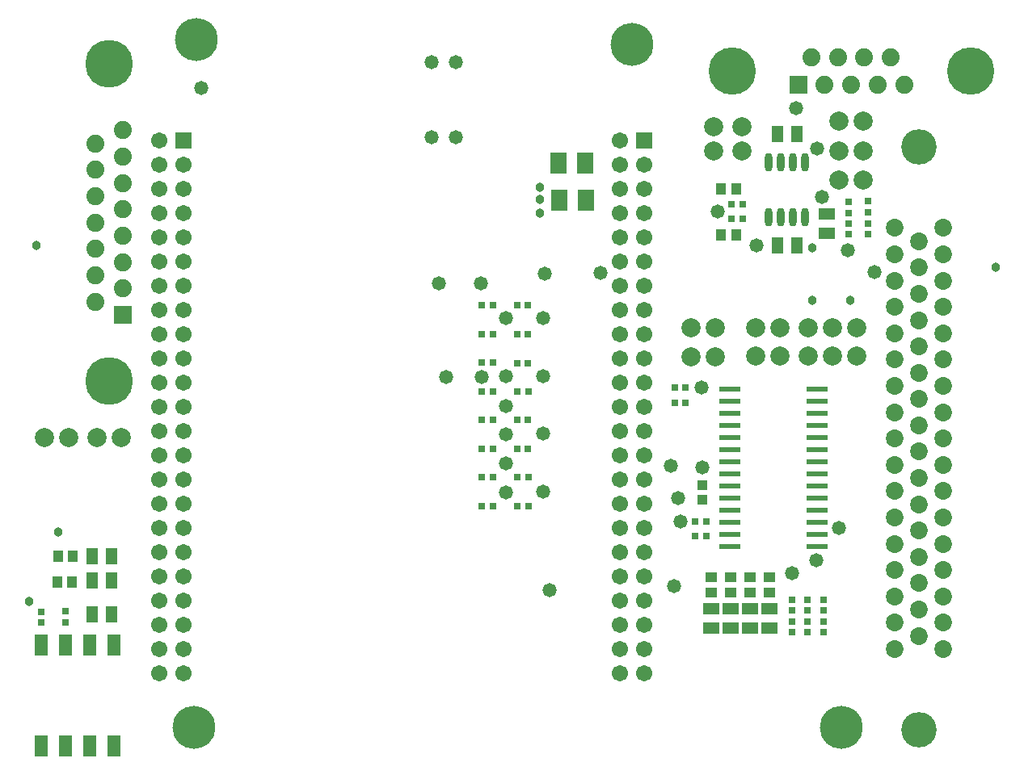
<source format=gts>
G04*
G04 #@! TF.GenerationSoftware,Altium Limited,Altium Designer,19.0.12 (326)*
G04*
G04 Layer_Color=8388736*
%FSLAX25Y25*%
%MOIN*%
G70*
G01*
G75*
%ADD23R,0.09000X0.02400*%
%ADD29R,0.06800X0.08800*%
%ADD30R,0.04800X0.06800*%
%ADD31R,0.04343X0.04540*%
%ADD32R,0.05328X0.08832*%
%ADD33R,0.02965X0.02965*%
%ADD34R,0.02965X0.02965*%
%ADD35R,0.06800X0.04800*%
%ADD36R,0.04147X0.04147*%
%ADD37R,0.04540X0.04343*%
%ADD38O,0.03162X0.07690*%
%ADD39C,0.17729*%
%ADD40C,0.14600*%
%ADD41C,0.07300*%
%ADD42C,0.06706*%
%ADD43R,0.06706X0.06706*%
%ADD44C,0.07887*%
%ADD45C,0.19540*%
%ADD46R,0.07453X0.07453*%
%ADD47C,0.07453*%
%ADD48R,0.07453X0.07453*%
%ADD49C,0.07453*%
%ADD50C,0.19698*%
%ADD51C,0.03800*%
%ADD52C,0.05800*%
D23*
X380500Y462500D02*
D03*
Y457500D02*
D03*
Y452500D02*
D03*
Y447500D02*
D03*
Y442500D02*
D03*
Y437500D02*
D03*
Y432500D02*
D03*
Y427500D02*
D03*
Y422500D02*
D03*
Y417500D02*
D03*
Y412500D02*
D03*
Y407500D02*
D03*
Y402500D02*
D03*
Y397500D02*
D03*
X416500D02*
D03*
Y402500D02*
D03*
Y407500D02*
D03*
Y412500D02*
D03*
Y417500D02*
D03*
Y422500D02*
D03*
Y427500D02*
D03*
Y432500D02*
D03*
Y437500D02*
D03*
Y442500D02*
D03*
Y447500D02*
D03*
Y452500D02*
D03*
Y457500D02*
D03*
Y462500D02*
D03*
D29*
X320750Y555917D02*
D03*
X309750D02*
D03*
X310000Y540669D02*
D03*
X321000D02*
D03*
D30*
X125500Y369500D02*
D03*
X117500D02*
D03*
X125425Y383556D02*
D03*
X117425D02*
D03*
X125425Y393555D02*
D03*
X117425D02*
D03*
X408000Y522000D02*
D03*
X400000D02*
D03*
Y568000D02*
D03*
X408000D02*
D03*
D31*
X103374Y393555D02*
D03*
X109476D02*
D03*
X102976Y383055D02*
D03*
X109079D02*
D03*
X376948Y545417D02*
D03*
X383050D02*
D03*
X376948Y526417D02*
D03*
X383050D02*
D03*
D32*
X96500Y356839D02*
D03*
X106500D02*
D03*
X116500D02*
D03*
X126500D02*
D03*
X96500Y315343D02*
D03*
X106500D02*
D03*
X116500D02*
D03*
X126500D02*
D03*
D33*
X106500Y370888D02*
D03*
Y366288D02*
D03*
X96500Y366200D02*
D03*
Y370800D02*
D03*
X419000Y371200D02*
D03*
Y375800D02*
D03*
X412500Y371200D02*
D03*
Y375800D02*
D03*
X406000Y371200D02*
D03*
Y375800D02*
D03*
X419000Y362200D02*
D03*
Y366800D02*
D03*
X412500Y362200D02*
D03*
Y366800D02*
D03*
X406000Y362200D02*
D03*
Y366800D02*
D03*
X437388Y540300D02*
D03*
Y535700D02*
D03*
X437388Y531107D02*
D03*
Y526507D02*
D03*
X429500Y531107D02*
D03*
Y526507D02*
D03*
X429508Y535354D02*
D03*
Y539954D02*
D03*
D34*
X366200Y402000D02*
D03*
X370800D02*
D03*
X366200Y408000D02*
D03*
X370800D02*
D03*
X357700Y457025D02*
D03*
X362300D02*
D03*
Y463315D02*
D03*
X357700D02*
D03*
X297300Y485315D02*
D03*
X292700D02*
D03*
X282800Y485458D02*
D03*
X278200D02*
D03*
X297300Y473315D02*
D03*
X292700D02*
D03*
X282800Y473601D02*
D03*
X278200D02*
D03*
X278100Y461743D02*
D03*
X282700D02*
D03*
X292700Y497315D02*
D03*
X297300D02*
D03*
X292900Y461743D02*
D03*
X297500D02*
D03*
X278200Y438029D02*
D03*
X282800D02*
D03*
X292700Y438029D02*
D03*
X297300D02*
D03*
X292700Y449886D02*
D03*
X297300D02*
D03*
X292900Y426172D02*
D03*
X297500D02*
D03*
X292900Y414315D02*
D03*
X297500D02*
D03*
X278200Y497315D02*
D03*
X282800D02*
D03*
X278200Y449886D02*
D03*
X282800D02*
D03*
X278100Y426172D02*
D03*
X282700D02*
D03*
X278100Y414315D02*
D03*
X282700D02*
D03*
X385800Y539000D02*
D03*
X381200D02*
D03*
X385800Y533000D02*
D03*
X381200D02*
D03*
D35*
X396700Y363837D02*
D03*
Y371837D02*
D03*
X388700Y363837D02*
D03*
Y371837D02*
D03*
X380700Y363837D02*
D03*
Y371837D02*
D03*
X372700Y363837D02*
D03*
Y371837D02*
D03*
X420500Y535107D02*
D03*
Y527107D02*
D03*
D36*
X369000Y416949D02*
D03*
Y423051D02*
D03*
D37*
X396700Y384889D02*
D03*
Y378786D02*
D03*
X388700Y384889D02*
D03*
Y378786D02*
D03*
X380700Y384889D02*
D03*
Y378786D02*
D03*
X372700Y384889D02*
D03*
Y378786D02*
D03*
D38*
X411500Y556319D02*
D03*
X406500D02*
D03*
X401500D02*
D03*
X396500D02*
D03*
X411500Y533681D02*
D03*
X406500D02*
D03*
X401500D02*
D03*
X396500D02*
D03*
D39*
X426500Y323000D02*
D03*
X340000Y605000D02*
D03*
X159500Y323000D02*
D03*
X160500Y607000D02*
D03*
D40*
X458500Y562500D02*
D03*
Y321949D02*
D03*
D41*
X468500Y355295D02*
D03*
X448500D02*
D03*
X468500Y377028D02*
D03*
Y387894D02*
D03*
Y398760D02*
D03*
Y409626D02*
D03*
Y420492D02*
D03*
Y431358D02*
D03*
Y442224D02*
D03*
Y453090D02*
D03*
Y463957D02*
D03*
Y474823D02*
D03*
Y485689D02*
D03*
Y496555D02*
D03*
Y507421D02*
D03*
Y518287D02*
D03*
Y529153D02*
D03*
X458500Y360768D02*
D03*
Y371631D02*
D03*
Y382495D02*
D03*
Y393358D02*
D03*
Y404222D02*
D03*
Y415085D02*
D03*
Y425949D02*
D03*
Y436812D02*
D03*
Y447676D02*
D03*
Y458539D02*
D03*
Y469403D02*
D03*
Y480266D02*
D03*
Y491130D02*
D03*
Y501993D02*
D03*
Y512857D02*
D03*
Y523720D02*
D03*
X448500Y366161D02*
D03*
Y377028D02*
D03*
Y387894D02*
D03*
Y398760D02*
D03*
Y409626D02*
D03*
Y420492D02*
D03*
Y431358D02*
D03*
Y442224D02*
D03*
Y453090D02*
D03*
Y463957D02*
D03*
Y474823D02*
D03*
Y485689D02*
D03*
Y496555D02*
D03*
Y507421D02*
D03*
X468500Y366161D02*
D03*
X448500Y518287D02*
D03*
Y529153D02*
D03*
D42*
X335000Y345398D02*
D03*
X345000D02*
D03*
X335000Y355398D02*
D03*
X345000D02*
D03*
X335000Y365398D02*
D03*
X345000D02*
D03*
X335000Y375398D02*
D03*
X345000D02*
D03*
X335000Y385398D02*
D03*
X345000D02*
D03*
X335000Y395398D02*
D03*
X345000D02*
D03*
X335000Y405398D02*
D03*
X345000D02*
D03*
X335000Y415398D02*
D03*
X345000D02*
D03*
X335000Y425398D02*
D03*
X345000D02*
D03*
X335000Y435398D02*
D03*
X345000D02*
D03*
X335000Y445398D02*
D03*
X345000D02*
D03*
X335000Y455398D02*
D03*
X345000D02*
D03*
X335000Y465398D02*
D03*
X345000D02*
D03*
X335000Y475398D02*
D03*
X345000D02*
D03*
X335000Y485398D02*
D03*
X345000D02*
D03*
X335000Y495398D02*
D03*
X345000D02*
D03*
X335000Y505398D02*
D03*
X345000D02*
D03*
X335000Y515398D02*
D03*
X345000D02*
D03*
X335000Y525398D02*
D03*
X345000D02*
D03*
X335000Y535398D02*
D03*
X345000D02*
D03*
X335000Y545398D02*
D03*
X345000D02*
D03*
X335000Y555398D02*
D03*
X345000D02*
D03*
X335000Y565398D02*
D03*
X145000D02*
D03*
X155000Y555398D02*
D03*
X145000D02*
D03*
X155000Y545398D02*
D03*
X145000D02*
D03*
X155000Y535398D02*
D03*
X145000D02*
D03*
X155000Y525398D02*
D03*
X145000D02*
D03*
X155000Y515398D02*
D03*
X145000D02*
D03*
X155000Y505398D02*
D03*
X145000D02*
D03*
X155000Y495398D02*
D03*
X145000D02*
D03*
X155000Y485398D02*
D03*
X145000D02*
D03*
X155000Y475398D02*
D03*
X145000D02*
D03*
X155000Y465398D02*
D03*
X145000D02*
D03*
X155000Y455398D02*
D03*
X145000D02*
D03*
X155000Y445398D02*
D03*
X145000D02*
D03*
X155000Y435398D02*
D03*
X145000D02*
D03*
X155000Y425398D02*
D03*
X145000D02*
D03*
X155000Y415398D02*
D03*
X145000D02*
D03*
X155000Y405398D02*
D03*
X145000D02*
D03*
X155000Y395398D02*
D03*
X145000D02*
D03*
X155000Y385398D02*
D03*
X145000D02*
D03*
X155000Y375398D02*
D03*
X145000D02*
D03*
X155000Y365398D02*
D03*
X145000D02*
D03*
X155000Y355398D02*
D03*
X145000D02*
D03*
X155000Y345398D02*
D03*
X145000D02*
D03*
D43*
X345000Y565398D02*
D03*
X155000D02*
D03*
D44*
X129466Y442688D02*
D03*
X119466D02*
D03*
X97808D02*
D03*
X107808D02*
D03*
X432642Y476225D02*
D03*
X422642D02*
D03*
X412642D02*
D03*
X432642Y487926D02*
D03*
X422642D02*
D03*
X412642D02*
D03*
X401275Y488078D02*
D03*
X391276D02*
D03*
X401275Y476219D02*
D03*
X391276D02*
D03*
X364500Y476000D02*
D03*
X374500D02*
D03*
X425500Y561000D02*
D03*
X435500D02*
D03*
X425500Y573236D02*
D03*
X435500D02*
D03*
X425500Y549000D02*
D03*
X435500D02*
D03*
X373736Y561000D02*
D03*
Y571000D02*
D03*
X385500Y560917D02*
D03*
Y570917D02*
D03*
X374500Y488000D02*
D03*
X364500D02*
D03*
D45*
X479693Y593909D02*
D03*
X381307D02*
D03*
D46*
X408689Y588319D02*
D03*
D47*
X414142Y599500D02*
D03*
X419594Y588319D02*
D03*
X425047Y599500D02*
D03*
X430500Y588319D02*
D03*
X435953Y599500D02*
D03*
X441405Y588319D02*
D03*
X446858Y599500D02*
D03*
X452311Y588319D02*
D03*
D48*
X129992Y493236D02*
D03*
D49*
X118811Y498689D02*
D03*
X129992Y504142D02*
D03*
X118811Y509594D02*
D03*
X129992Y515047D02*
D03*
X118811Y520500D02*
D03*
X129992Y525953D02*
D03*
X118811Y531405D02*
D03*
X129992Y536858D02*
D03*
X118811Y542311D02*
D03*
X129992Y547764D02*
D03*
X118811Y553217D02*
D03*
X129992Y558669D02*
D03*
X118811Y564122D02*
D03*
X129992Y569575D02*
D03*
D50*
X124402Y465815D02*
D03*
Y596996D02*
D03*
D51*
X414392Y499428D02*
D03*
X430142D02*
D03*
X94608Y521934D02*
D03*
X103500Y403555D02*
D03*
X302000Y540917D02*
D03*
Y535398D02*
D03*
Y546000D02*
D03*
X490000Y513000D02*
D03*
X414500Y521000D02*
D03*
X91432Y375036D02*
D03*
D52*
X440014Y511031D02*
D03*
X277673Y506453D02*
D03*
X260500D02*
D03*
X263500Y467719D02*
D03*
X162500Y587105D02*
D03*
X257500Y597500D02*
D03*
X306000Y379745D02*
D03*
X369000Y430312D02*
D03*
X429261Y520107D02*
D03*
X407642Y578500D02*
D03*
X288000Y491815D02*
D03*
X278000Y467719D02*
D03*
X359000Y417500D02*
D03*
X425500Y405200D02*
D03*
X304000Y510185D02*
D03*
X327000Y510745D02*
D03*
X391500Y522000D02*
D03*
X356000Y431072D02*
D03*
X357500Y381245D02*
D03*
X416000Y392000D02*
D03*
X416500Y562000D02*
D03*
X418500Y542000D02*
D03*
X288000Y432000D02*
D03*
X267500Y597500D02*
D03*
Y566500D02*
D03*
X257500D02*
D03*
X288000Y467815D02*
D03*
Y420000D02*
D03*
Y444000D02*
D03*
Y455500D02*
D03*
X406000Y386795D02*
D03*
X360000Y408000D02*
D03*
X368771Y463315D02*
D03*
X303500Y491815D02*
D03*
Y467815D02*
D03*
Y444315D02*
D03*
Y420315D02*
D03*
X375500Y535934D02*
D03*
M02*

</source>
